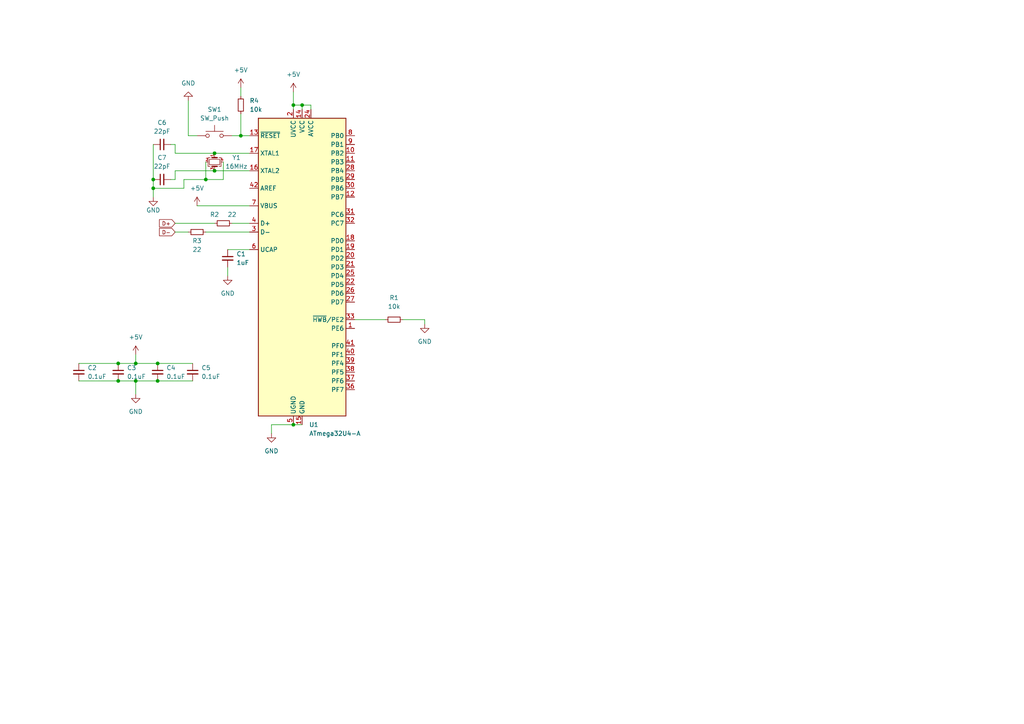
<source format=kicad_sch>
(kicad_sch (version 20211123) (generator eeschema)
  (paper "A4")
  (lib_symbols
    (symbol "Device:C_Small" (pin_numbers hide) (pin_names (offset 0.254) hide)
      (property "Reference" "C" (at 0.254 1.778 0))
      (property "Value" "C_Small" (at 0.254 -2.032 0))
      (symbol "C_Small_0_1"
        (polyline (pts (xy -1.524 -0.508) (xy 1.524 -0.508)) (stroke (width 0.3302)))
        (polyline (pts (xy -1.524 0.508) (xy 1.524 0.508)) (stroke (width 0.3048)))
      )
      (symbol "C_Small_1_1"
        (pin passive line (at 0 2.54 270) (length 2.032) (name "~") (number "1"))
        (pin passive line (at 0 -2.54 90) (length 2.032) (name "~") (number "2"))
      )
    )
    (symbol "Device:Crystal_GND24_Small" (pin_names (offset 1.016) hide)
      (property "Reference" "Y" (at 1.27 4.445 0))
      (property "Value" "Crystal_GND24_Small" (at 1.27 2.54 0))
      (symbol "Crystal_GND24_Small_0_1"
        (rectangle (start -0.762 -1.524) (end 0.762 1.524))
        (polyline (pts (xy -1.27 -0.762) (xy -1.27 0.762)) (stroke (width 0.381)))
        (polyline (pts (xy 1.27 -0.762) (xy 1.27 0.762)) (stroke (width 0.381)))
        (polyline (pts (xy -1.27 -1.27) (xy -1.27 -1.905) (xy 1.27 -1.905) (xy 1.27 -1.27)))
        (polyline (pts (xy -1.27 1.27) (xy -1.27 1.905) (xy 1.27 1.905) (xy 1.27 1.27)))
      )
      (symbol "Crystal_GND24_Small_1_1"
        (pin passive line (at -2.54 0 0) (length 1.27) (name "1") (number "1"))
        (pin passive line (at 0 -2.54 90) (length 0.635) (name "2") (number "2"))
        (pin passive line (at 2.54 0 180) (length 1.27) (name "3") (number "3"))
        (pin passive line (at 0 2.54 270) (length 0.635) (name "4") (number "4"))
      )
    )
    (symbol "Device:R_Small" (pin_numbers hide) (pin_names (offset 0.254) hide)
      (property "Reference" "R" (at 0.762 0.508 0))
      (property "Value" "R_Small" (at 0.762 -1.016 0))
      (symbol "R_Small_0_1"
        (rectangle (start -0.762 1.778) (end 0.762 -1.778) (stroke (width 0.2032)))
      )
      (symbol "R_Small_1_1"
        (pin passive line (at 0 2.54 270) (length 0.762) (name "~") (number "1"))
        (pin passive line (at 0 -2.54 90) (length 0.762) (name "~") (number "2"))
      )
    )
    (symbol "MCU_Microchip_ATmega:ATmega32U4-A"
      (property "Reference" "U" (at -12.7 44.45 0))
      (property "Value" "ATmega32U4-A" (at 2.54 -44.45 0))
      (symbol "ATmega32U4-A_0_1"
        (rectangle (start -12.7 -43.18) (end 12.7 43.18) (stroke (width 0.254)) (fill (type background)))
      )
      (symbol "ATmega32U4-A_1_1"
        (pin bidirectional line (at 15.24 -17.78 180) (length 2.54) (name "PE6") (number "1"))
        (pin bidirectional line (at 15.24 33.02 180) (length 2.54) (name "PB2") (number "10"))
        (pin bidirectional line (at 15.24 30.48 180) (length 2.54) (name "PB3") (number "11"))
        (pin bidirectional line (at 15.24 20.32 180) (length 2.54) (name "PB7") (number "12"))
        (pin input line (at -15.24 38.1 0) (length 2.54) (name "~{RESET}") (number "13"))
        (pin power_in line (at 0 45.72 270) (length 2.54) (name "VCC") (number "14"))
        (pin power_in line (at 0 -45.72 90) (length 2.54) (name "GND") (number "15"))
        (pin output line (at -15.24 27.94 0) (length 2.54) (name "XTAL2") (number "16"))
        (pin input line (at -15.24 33.02 0) (length 2.54) (name "XTAL1") (number "17"))
        (pin bidirectional line (at 15.24 7.62 180) (length 2.54) (name "PD0") (number "18"))
        (pin bidirectional line (at 15.24 5.08 180) (length 2.54) (name "PD1") (number "19"))
        (pin power_in line (at -2.54 45.72 270) (length 2.54) (name "UVCC") (number "2"))
        (pin bidirectional line (at 15.24 2.54 180) (length 2.54) (name "PD2") (number "20"))
        (pin bidirectional line (at 15.24 0 180) (length 2.54) (name "PD3") (number "21"))
        (pin bidirectional line (at 15.24 -5.08 180) (length 2.54) (name "PD5") (number "22"))
        (pin passive line (at 0 -45.72 90) (length 2.54) hide (name "GND") (number "23"))
        (pin power_in line (at 2.54 45.72 270) (length 2.54) (name "AVCC") (number "24"))
        (pin bidirectional line (at 15.24 -2.54 180) (length 2.54) (name "PD4") (number "25"))
        (pin bidirectional line (at 15.24 -7.62 180) (length 2.54) (name "PD6") (number "26"))
        (pin bidirectional line (at 15.24 -10.16 180) (length 2.54) (name "PD7") (number "27"))
        (pin bidirectional line (at 15.24 27.94 180) (length 2.54) (name "PB4") (number "28"))
        (pin bidirectional line (at 15.24 25.4 180) (length 2.54) (name "PB5") (number "29"))
        (pin bidirectional line (at -15.24 10.16 0) (length 2.54) (name "D-") (number "3"))
        (pin bidirectional line (at 15.24 22.86 180) (length 2.54) (name "PB6") (number "30"))
        (pin bidirectional line (at 15.24 15.24 180) (length 2.54) (name "PC6") (number "31"))
        (pin bidirectional line (at 15.24 12.7 180) (length 2.54) (name "PC7") (number "32"))
        (pin bidirectional line (at 15.24 -15.24 180) (length 2.54) (name "~{HWB}/PE2") (number "33"))
        (pin passive line (at 0 45.72 270) (length 2.54) hide (name "VCC") (number "34"))
        (pin passive line (at 0 -45.72 90) (length 2.54) hide (name "GND") (number "35"))
        (pin bidirectional line (at 15.24 -35.56 180) (length 2.54) (name "PF7") (number "36"))
        (pin bidirectional line (at 15.24 -33.02 180) (length 2.54) (name "PF6") (number "37"))
        (pin bidirectional line (at 15.24 -30.48 180) (length 2.54) (name "PF5") (number "38"))
        (pin bidirectional line (at 15.24 -27.94 180) (length 2.54) (name "PF4") (number "39"))
        (pin bidirectional line (at -15.24 12.7 0) (length 2.54) (name "D+") (number "4"))
        (pin bidirectional line (at 15.24 -25.4 180) (length 2.54) (name "PF1") (number "40"))
        (pin bidirectional line (at 15.24 -22.86 180) (length 2.54) (name "PF0") (number "41"))
        (pin passive line (at -15.24 22.86 0) (length 2.54) (name "AREF") (number "42"))
        (pin passive line (at 0 -45.72 90) (length 2.54) hide (name "GND") (number "43"))
        (pin passive line (at 2.54 45.72 270) (length 2.54) hide (name "AVCC") (number "44"))
        (pin passive line (at -2.54 -45.72 90) (length 2.54) (name "UGND") (number "5"))
        (pin passive line (at -15.24 5.08 0) (length 2.54) (name "UCAP") (number "6"))
        (pin input line (at -15.24 17.78 0) (length 2.54) (name "VBUS") (number "7"))
        (pin bidirectional line (at 15.24 38.1 180) (length 2.54) (name "PB0") (number "8"))
        (pin bidirectional line (at 15.24 35.56 180) (length 2.54) (name "PB1") (number "9"))
      )
    )
    (symbol "Switch:SW_Push" (pin_numbers hide) (pin_names (offset 1.016) hide)
      (property "Reference" "SW" (at 1.27 2.54 0))
      (property "Value" "SW_Push" (at 0 -1.524 0))
      (symbol "SW_Push_0_1"
        (circle (center -2.032 0) (radius 0.508))
        (polyline (pts (xy 0 1.27) (xy 0 3.048)))
        (polyline (pts (xy 2.54 1.27) (xy -2.54 1.27)))
        (circle (center 2.032 0) (radius 0.508))
        (pin passive line (at -5.08 0 0) (length 2.54) (name "1") (number "1"))
        (pin passive line (at 5.08 0 180) (length 2.54) (name "2") (number "2"))
      )
    )
    (symbol "power:+5V" (power) (pin_names (offset 0))
      (property "Value" "+5V" (at 0 3.556 0))
      (symbol "+5V_0_1"
        (polyline (pts (xy -0.762 1.27) (xy 0 2.54)))
        (polyline (pts (xy 0 0) (xy 0 2.54)))
        (polyline (pts (xy 0 2.54) (xy 0.762 1.27)))
      )
      (symbol "+5V_1_1"
        (pin power_in line (at 0 0 90) (length 0) hide (name "+5V") (number "1"))
      )
    )
    (symbol "power:GND" (power) (pin_names (offset 0))
      (property "Value" "GND" (at 0 -3.81 0))
      (symbol "GND_0_1"
        (polyline (pts (xy 0 0) (xy 0 -1.27) (xy 1.27 -1.27) (xy 0 -2.54) (xy -1.27 -1.27) (xy 0 -1.27)))
      )
      (symbol "GND_1_1"
        (pin power_in line (at 0 0 270) (length 0) hide (name "GND") (number "1"))
      )
    )
  )
  (junction (at 44.45 52.07))
  (junction (at 85.09 30.48))
  (junction (at 87.63 30.48))
  (junction (at 34.29 110.49))
  (junction (at 85.09 123.19))
  (junction (at 45.72 110.49))
  (junction (at 59.69 52.07))
  (junction (at 45.72 105.41))
  (junction (at 62.23 44.45))
  (junction (at 44.45 54.61))
  (junction (at 62.23 49.53))
  (junction (at 39.37 110.49))
  (junction (at 34.29 105.41))
  (junction (at 39.37 105.41))
  (junction (at 69.85 39.37))
  (wire (pts (xy 69.85 33.02) (xy 69.85 39.37)))
  (wire (pts (xy 50.8 52.07) (xy 50.8 49.53)))
  (wire (pts (xy 44.45 54.61) (xy 53.34 54.61)))
  (wire (pts (xy 123.19 92.71) (xy 123.19 93.98)))
  (wire (pts (xy 116.84 92.71) (xy 123.19 92.71)))
  (wire (pts (xy 49.53 41.91) (xy 50.8 41.91)))
  (wire (pts (xy 49.53 52.07) (xy 50.8 52.07)))
  (wire (pts (xy 57.15 39.37) (xy 54.61 39.37)))
  (wire (pts (xy 102.87 92.71) (xy 111.76 92.71)))
  (wire (pts (xy 57.15 59.69) (xy 72.39 59.69)))
  (wire (pts (xy 39.37 105.41) (xy 45.72 105.41)))
  (wire (pts (xy 90.17 31.75) (xy 90.17 30.48)))
  (wire (pts (xy 69.85 39.37) (xy 72.39 39.37)))
  (wire (pts (xy 69.85 25.4) (xy 69.85 27.94)))
  (wire (pts (xy 34.29 110.49) (xy 39.37 110.49)))
  (wire (pts (xy 53.34 52.07) (xy 59.69 52.07)))
  (wire (pts (xy 90.17 30.48) (xy 87.63 30.48)))
  (wire (pts (xy 67.31 64.77) (xy 72.39 64.77)))
  (wire (pts (xy 66.04 77.47) (xy 66.04 80.01)))
  (wire (pts (xy 62.23 44.45) (xy 72.39 44.45)))
  (wire (pts (xy 85.09 30.48) (xy 85.09 31.75)))
  (wire (pts (xy 39.37 110.49) (xy 39.37 114.3)))
  (wire (pts (xy 59.69 67.31) (xy 72.39 67.31)))
  (wire (pts (xy 85.09 26.67) (xy 85.09 30.48)))
  (wire (pts (xy 50.8 67.31) (xy 54.61 67.31)))
  (wire (pts (xy 22.86 110.49) (xy 34.29 110.49)))
  (wire (pts (xy 45.72 105.41) (xy 55.88 105.41)))
  (wire (pts (xy 50.8 64.77) (xy 62.23 64.77)))
  (wire (pts (xy 87.63 30.48) (xy 85.09 30.48)))
  (wire (pts (xy 39.37 102.87) (xy 39.37 105.41)))
  (wire (pts (xy 50.8 49.53) (xy 62.23 49.53)))
  (wire (pts (xy 53.34 54.61) (xy 53.34 52.07)))
  (wire (pts (xy 85.09 123.19) (xy 87.63 123.19)))
  (wire (pts (xy 22.86 105.41) (xy 34.29 105.41)))
  (wire (pts (xy 64.77 46.99) (xy 64.77 52.07)))
  (wire (pts (xy 59.69 46.99) (xy 59.69 52.07)))
  (wire (pts (xy 44.45 41.91) (xy 44.45 52.07)))
  (wire (pts (xy 39.37 110.49) (xy 45.72 110.49)))
  (wire (pts (xy 44.45 52.07) (xy 44.45 54.61)))
  (wire (pts (xy 87.63 31.75) (xy 87.63 30.48)))
  (wire (pts (xy 34.29 105.41) (xy 39.37 105.41)))
  (wire (pts (xy 66.04 72.39) (xy 72.39 72.39)))
  (wire (pts (xy 50.8 44.45) (xy 62.23 44.45)))
  (wire (pts (xy 50.8 41.91) (xy 50.8 44.45)))
  (wire (pts (xy 44.45 54.61) (xy 44.45 57.15)))
  (wire (pts (xy 54.61 39.37) (xy 54.61 29.21)))
  (wire (pts (xy 45.72 110.49) (xy 55.88 110.49)))
  (wire (pts (xy 78.74 123.19) (xy 85.09 123.19)))
  (wire (pts (xy 62.23 49.53) (xy 72.39 49.53)))
  (wire (pts (xy 78.74 125.73) (xy 78.74 123.19)))
  (wire (pts (xy 64.77 52.07) (xy 59.69 52.07)))
  (wire (pts (xy 67.31 39.37) (xy 69.85 39.37)))
  (global_label "D-" (shape input) (at 50.8 67.31 180) (effects (font (size 1.1 1.1))) (property "Intersheet References" "${INTERSHEET_REFS}" (effects hide)))
  (global_label "D+" (shape input) (at 50.8 64.77 180) (effects (font (size 1.1 1.1))) (property "Intersheet References" "${INTERSHEET_REFS}" (effects hide)))
  (symbol (lib_id "Device:C_Small") (at 22.86 107.95 0) (unit 1)
    (property "Reference" "C2" (at 25.4 106.6862 0) (effects (justify left)))
    (property "Value" "0.1uF" (at 25.4 109.2262 0) (effects (justify left)))
  )
  (symbol (lib_id "Switch:SW_Push") (at 62.23 39.37 0) (unit 1)
    (property "Reference" "SW1" (at 62.23 31.75 0))
    (property "Value" "SW_Push" (at 62.23 34.29 0))
  )
  (symbol (lib_id "Device:C_Small") (at 66.04 74.93 0) (unit 1)
    (property "Reference" "C1" (at 68.58 73.6662 0) (effects (justify left)))
    (property "Value" "1uF" (at 68.58 76.2062 0) (effects (justify left)))
  )
  (symbol (lib_id "power:GND") (at 39.37 114.3 0) (unit 1)
    (property "Reference" "#PWR?" (effects hide))
    (property "Value" "GND" (at 39.37 119.38 0))
  )
  (symbol (lib_id "Device:R_Small") (at 57.15 67.31 270) (unit 1)
    (property "Reference" "R3" (at 57.15 69.85 90))
    (property "Value" "22" (at 57.15 72.39 90))
  )
  (symbol (lib_id "Device:C_Small") (at 46.99 52.07 90) (unit 1)
    (property "Reference" "C7" (at 46.9963 45.72 90))
    (property "Value" "22pF" (at 46.9963 48.26 90))
  )
  (symbol (lib_id "power:GND") (at 44.45 57.15 0) (unit 1)
    (property "Reference" "#PWR?" (effects hide))
    (property "Value" "GND" (at 44.45 60.96 0))
  )
  (symbol (lib_id "power:+5V") (at 57.15 59.69 0) (unit 1)
    (property "Reference" "#PWR?" (effects hide))
    (property "Value" "+5V" (at 57.15 54.61 0))
  )
  (symbol (lib_id "Device:R_Small") (at 64.77 64.77 270) (unit 1)
    (property "Reference" "R2" (at 62.23 62.23 90))
    (property "Value" "22" (at 67.31 62.23 90))
  )
  (symbol (lib_id "Device:C_Small") (at 55.88 107.95 0) (unit 1)
    (property "Reference" "C5" (at 58.42 106.6862 0) (effects (justify left)))
    (property "Value" "0.1uF" (at 58.42 109.2262 0) (effects (justify left)))
  )
  (symbol (lib_id "power:GND") (at 66.04 80.01 0) (unit 1)
    (property "Reference" "#PWR?" (effects hide))
    (property "Value" "GND" (at 66.04 85.09 0))
  )
  (symbol (lib_id "power:+5V") (at 39.37 102.87 0) (unit 1)
    (property "Reference" "#PWR?" (effects hide))
    (property "Value" "+5V" (at 39.37 97.79 0))
  )
  (symbol (lib_id "Device:C_Small") (at 46.99 41.91 90) (unit 1)
    (property "Reference" "C6" (at 46.9963 35.56 90))
    (property "Value" "22pF" (at 46.9963 38.1 90))
  )
  (symbol (lib_id "power:GND") (at 78.74 125.73 0) (unit 1)
    (property "Reference" "#PWR?" (effects hide))
    (property "Value" "GND" (at 78.74 130.81 0))
  )
  (symbol (lib_id "power:+5V") (at 69.85 25.4 0) (unit 1)
    (property "Reference" "#PWR?" (effects hide))
    (property "Value" "+5V" (at 69.85 20.32 0))
  )
  (symbol (lib_id "Device:Crystal_GND24_Small") (at 62.23 46.99 270) (unit 1)
    (property "Reference" "Y1" (at 68.58 45.72 90))
    (property "Value" "16MHz" (at 68.58 48.26 90))
  )
  (symbol (lib_id "Device:R_Small") (at 114.3 92.71 90) (unit 1)
    (property "Reference" "R1" (at 114.3 86.36 90))
    (property "Value" "10k" (at 114.3 88.9 90))
  )
  (symbol (lib_id "power:GND") (at 123.19 93.98 0) (unit 1)
    (property "Reference" "#PWR?" (effects hide))
    (property "Value" "GND" (at 123.19 99.06 0))
  )
  (symbol (lib_id "Device:C_Small") (at 34.29 107.95 0) (unit 1)
    (property "Reference" "C3" (at 36.83 106.6862 0) (effects (justify left)))
    (property "Value" "0.1uF" (at 36.83 109.2262 0) (effects (justify left)))
  )
  (symbol (lib_id "power:+5V") (at 85.09 26.67 0) (unit 1)
    (property "Reference" "#PWR?" (effects hide))
    (property "Value" "+5V" (at 85.09 21.59 0))
  )
  (symbol (lib_id "Device:R_Small") (at 69.85 30.48 0) (unit 1)
    (property "Reference" "R4" (at 72.39 29.2099 0) (effects (justify left)))
    (property "Value" "10k" (at 72.39 31.7499 0) (effects (justify left)))
  )
  (symbol (lib_id "Device:C_Small") (at 45.72 107.95 0) (unit 1)
    (property "Reference" "C4" (at 48.26 106.6862 0) (effects (justify left)))
    (property "Value" "0.1uF" (at 48.26 109.2262 0) (effects (justify left)))
  )
  (symbol (lib_id "MCU_Microchip_ATmega:ATmega32U4-A") (at 87.63 77.47 0) (unit 1)
    (property "Reference" "U1" (at 89.6494 123.19 0) (effects (justify left)))
    (property "Value" "ATmega32U4-A" (at 89.6494 125.73 0) (effects (justify left)))
    (property "Footprint" "Package_QFP:TQFP-44_10x10mm_P0.8mm" (effects hide))
    (property "Datasheet" "http://ww1.microchip.com/downloads/en/DeviceDoc/Atmel-7766-8-bit-AVR-ATmega16U4-32U4_Datasheet.pdf" (effects hide))
  )
  (symbol (lib_id "power:GND") (at 54.61 29.21 180) (unit 1)
    (property "Reference" "#PWR?" (effects hide))
    (property "Value" "GND" (at 54.61 24.13 0))
  )
)
</source>
